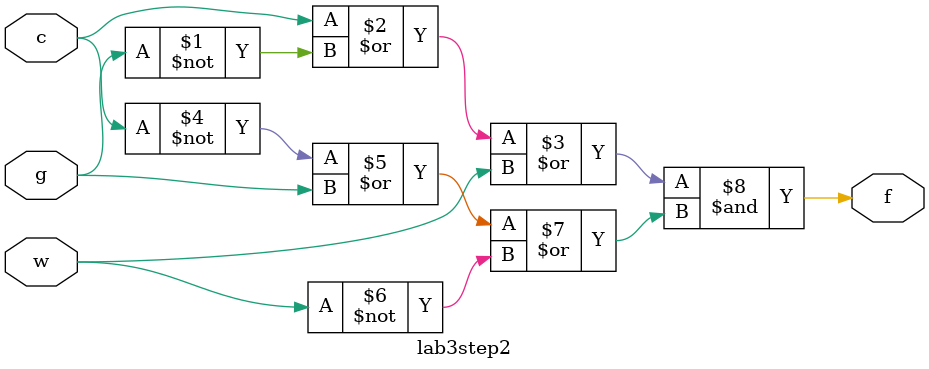
<source format=v>
module lab3step2(c,g,w,f);
	input c,g,w;
	output f;
	
	assign f = (c | ~g | w)&(~c | g | ~w);
	
endmodule
</source>
